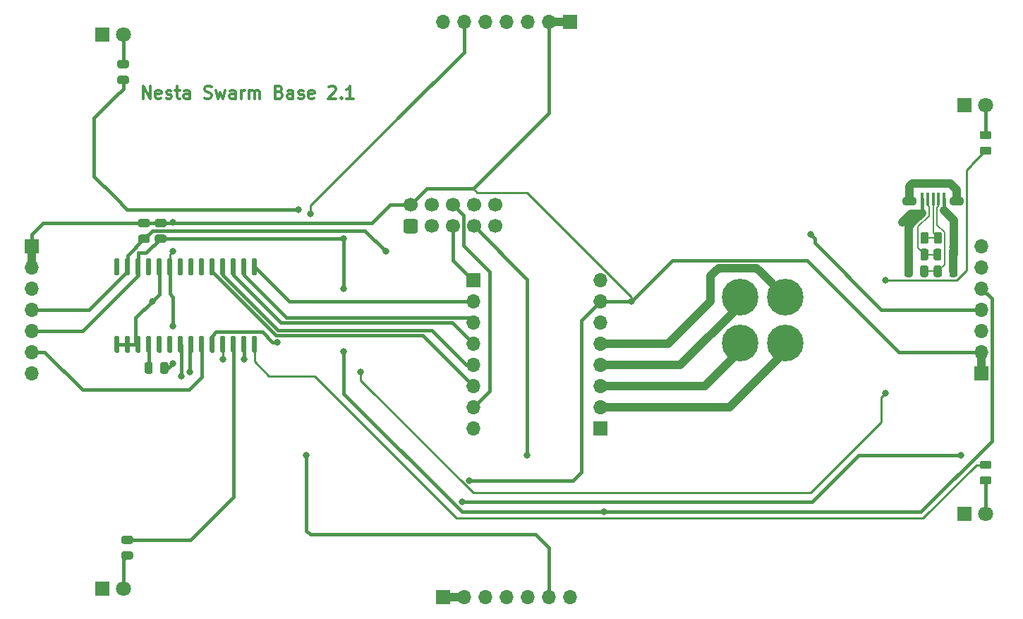
<source format=gtl>
G04 #@! TF.GenerationSoftware,KiCad,Pcbnew,5.99.0-unknown-15c4a7b06~104~ubuntu18.04.1*
G04 #@! TF.CreationDate,2020-09-30T21:22:08+01:00*
G04 #@! TF.ProjectId,nesta proto 2.1,6e657374-6120-4707-926f-746f20322e31,rev?*
G04 #@! TF.SameCoordinates,Original*
G04 #@! TF.FileFunction,Copper,L1,Top*
G04 #@! TF.FilePolarity,Positive*
%FSLAX46Y46*%
G04 Gerber Fmt 4.6, Leading zero omitted, Abs format (unit mm)*
G04 Created by KiCad (PCBNEW 5.99.0-unknown-15c4a7b06~104~ubuntu18.04.1) date 2020-09-30 21:22:08*
%MOMM*%
%LPD*%
G01*
G04 APERTURE LIST*
%ADD10C,0.300000*%
G04 #@! TA.AperFunction,ComponentPad*
%ADD11C,4.400000*%
G04 #@! TD*
G04 #@! TA.AperFunction,ComponentPad*
%ADD12C,0.700000*%
G04 #@! TD*
G04 #@! TA.AperFunction,ComponentPad*
%ADD13R,1.800000X1.800000*%
G04 #@! TD*
G04 #@! TA.AperFunction,ComponentPad*
%ADD14C,1.800000*%
G04 #@! TD*
G04 #@! TA.AperFunction,ComponentPad*
%ADD15R,1.700000X1.700000*%
G04 #@! TD*
G04 #@! TA.AperFunction,ComponentPad*
%ADD16O,1.700000X1.700000*%
G04 #@! TD*
G04 #@! TA.AperFunction,ComponentPad*
%ADD17C,1.700000*%
G04 #@! TD*
G04 #@! TA.AperFunction,SMDPad,CuDef*
%ADD18R,0.450000X1.500000*%
G04 #@! TD*
G04 #@! TA.AperFunction,ComponentPad*
%ADD19O,2.200000X1.100000*%
G04 #@! TD*
G04 #@! TA.AperFunction,ComponentPad*
%ADD20O,1.800000X1.100000*%
G04 #@! TD*
G04 #@! TA.AperFunction,ViaPad*
%ADD21C,0.800000*%
G04 #@! TD*
G04 #@! TA.AperFunction,Conductor*
%ADD22C,1.000000*%
G04 #@! TD*
G04 #@! TA.AperFunction,Conductor*
%ADD23C,0.400000*%
G04 #@! TD*
G04 #@! TA.AperFunction,Conductor*
%ADD24C,0.250000*%
G04 #@! TD*
G04 #@! TA.AperFunction,Conductor*
%ADD25C,0.200000*%
G04 #@! TD*
G04 APERTURE END LIST*
D10*
X106392857Y-88178571D02*
X106392857Y-86678571D01*
X107250000Y-88178571D01*
X107250000Y-86678571D01*
X108535714Y-88107142D02*
X108392857Y-88178571D01*
X108107142Y-88178571D01*
X107964285Y-88107142D01*
X107892857Y-87964285D01*
X107892857Y-87392857D01*
X107964285Y-87250000D01*
X108107142Y-87178571D01*
X108392857Y-87178571D01*
X108535714Y-87250000D01*
X108607142Y-87392857D01*
X108607142Y-87535714D01*
X107892857Y-87678571D01*
X109178571Y-88107142D02*
X109321428Y-88178571D01*
X109607142Y-88178571D01*
X109750000Y-88107142D01*
X109821428Y-87964285D01*
X109821428Y-87892857D01*
X109750000Y-87750000D01*
X109607142Y-87678571D01*
X109392857Y-87678571D01*
X109250000Y-87607142D01*
X109178571Y-87464285D01*
X109178571Y-87392857D01*
X109250000Y-87250000D01*
X109392857Y-87178571D01*
X109607142Y-87178571D01*
X109750000Y-87250000D01*
X110250000Y-87178571D02*
X110821428Y-87178571D01*
X110464285Y-86678571D02*
X110464285Y-87964285D01*
X110535714Y-88107142D01*
X110678571Y-88178571D01*
X110821428Y-88178571D01*
X111964285Y-88178571D02*
X111964285Y-87392857D01*
X111892857Y-87250000D01*
X111750000Y-87178571D01*
X111464285Y-87178571D01*
X111321428Y-87250000D01*
X111964285Y-88107142D02*
X111821428Y-88178571D01*
X111464285Y-88178571D01*
X111321428Y-88107142D01*
X111250000Y-87964285D01*
X111250000Y-87821428D01*
X111321428Y-87678571D01*
X111464285Y-87607142D01*
X111821428Y-87607142D01*
X111964285Y-87535714D01*
X113750000Y-88107142D02*
X113964285Y-88178571D01*
X114321428Y-88178571D01*
X114464285Y-88107142D01*
X114535714Y-88035714D01*
X114607142Y-87892857D01*
X114607142Y-87750000D01*
X114535714Y-87607142D01*
X114464285Y-87535714D01*
X114321428Y-87464285D01*
X114035714Y-87392857D01*
X113892857Y-87321428D01*
X113821428Y-87250000D01*
X113750000Y-87107142D01*
X113750000Y-86964285D01*
X113821428Y-86821428D01*
X113892857Y-86750000D01*
X114035714Y-86678571D01*
X114392857Y-86678571D01*
X114607142Y-86750000D01*
X115107142Y-87178571D02*
X115392857Y-88178571D01*
X115678571Y-87464285D01*
X115964285Y-88178571D01*
X116250000Y-87178571D01*
X117464285Y-88178571D02*
X117464285Y-87392857D01*
X117392857Y-87250000D01*
X117250000Y-87178571D01*
X116964285Y-87178571D01*
X116821428Y-87250000D01*
X117464285Y-88107142D02*
X117321428Y-88178571D01*
X116964285Y-88178571D01*
X116821428Y-88107142D01*
X116750000Y-87964285D01*
X116750000Y-87821428D01*
X116821428Y-87678571D01*
X116964285Y-87607142D01*
X117321428Y-87607142D01*
X117464285Y-87535714D01*
X118178571Y-88178571D02*
X118178571Y-87178571D01*
X118178571Y-87464285D02*
X118250000Y-87321428D01*
X118321428Y-87250000D01*
X118464285Y-87178571D01*
X118607142Y-87178571D01*
X119107142Y-88178571D02*
X119107142Y-87178571D01*
X119107142Y-87321428D02*
X119178571Y-87250000D01*
X119321428Y-87178571D01*
X119535714Y-87178571D01*
X119678571Y-87250000D01*
X119750000Y-87392857D01*
X119750000Y-88178571D01*
X119750000Y-87392857D02*
X119821428Y-87250000D01*
X119964285Y-87178571D01*
X120178571Y-87178571D01*
X120321428Y-87250000D01*
X120392857Y-87392857D01*
X120392857Y-88178571D01*
X122750000Y-87392857D02*
X122964285Y-87464285D01*
X123035714Y-87535714D01*
X123107142Y-87678571D01*
X123107142Y-87892857D01*
X123035714Y-88035714D01*
X122964285Y-88107142D01*
X122821428Y-88178571D01*
X122250000Y-88178571D01*
X122250000Y-86678571D01*
X122750000Y-86678571D01*
X122892857Y-86750000D01*
X122964285Y-86821428D01*
X123035714Y-86964285D01*
X123035714Y-87107142D01*
X122964285Y-87250000D01*
X122892857Y-87321428D01*
X122750000Y-87392857D01*
X122250000Y-87392857D01*
X124392857Y-88178571D02*
X124392857Y-87392857D01*
X124321428Y-87250000D01*
X124178571Y-87178571D01*
X123892857Y-87178571D01*
X123750000Y-87250000D01*
X124392857Y-88107142D02*
X124250000Y-88178571D01*
X123892857Y-88178571D01*
X123750000Y-88107142D01*
X123678571Y-87964285D01*
X123678571Y-87821428D01*
X123750000Y-87678571D01*
X123892857Y-87607142D01*
X124250000Y-87607142D01*
X124392857Y-87535714D01*
X125035714Y-88107142D02*
X125178571Y-88178571D01*
X125464285Y-88178571D01*
X125607142Y-88107142D01*
X125678571Y-87964285D01*
X125678571Y-87892857D01*
X125607142Y-87750000D01*
X125464285Y-87678571D01*
X125250000Y-87678571D01*
X125107142Y-87607142D01*
X125035714Y-87464285D01*
X125035714Y-87392857D01*
X125107142Y-87250000D01*
X125250000Y-87178571D01*
X125464285Y-87178571D01*
X125607142Y-87250000D01*
X126892857Y-88107142D02*
X126750000Y-88178571D01*
X126464285Y-88178571D01*
X126321428Y-88107142D01*
X126250000Y-87964285D01*
X126250000Y-87392857D01*
X126321428Y-87250000D01*
X126464285Y-87178571D01*
X126750000Y-87178571D01*
X126892857Y-87250000D01*
X126964285Y-87392857D01*
X126964285Y-87535714D01*
X126250000Y-87678571D01*
X128678571Y-86821428D02*
X128750000Y-86750000D01*
X128892857Y-86678571D01*
X129250000Y-86678571D01*
X129392857Y-86750000D01*
X129464285Y-86821428D01*
X129535714Y-86964285D01*
X129535714Y-87107142D01*
X129464285Y-87321428D01*
X128607142Y-88178571D01*
X129535714Y-88178571D01*
X130178571Y-88035714D02*
X130250000Y-88107142D01*
X130178571Y-88178571D01*
X130107142Y-88107142D01*
X130178571Y-88035714D01*
X130178571Y-88178571D01*
X131678571Y-88178571D02*
X130821428Y-88178571D01*
X131250000Y-88178571D02*
X131250000Y-86678571D01*
X131107142Y-86892857D01*
X130964285Y-87035714D01*
X130821428Y-87107142D01*
G04 #@! TA.AperFunction,SMDPad,CuDef*
G36*
G01*
X207956250Y-94925000D02*
X207043750Y-94925000D01*
G75*
G02*
X206800000Y-94681250I0J243750D01*
G01*
X206800000Y-94193750D01*
G75*
G02*
X207043750Y-93950000I243750J0D01*
G01*
X207956250Y-93950000D01*
G75*
G02*
X208200000Y-94193750I0J-243750D01*
G01*
X208200000Y-94681250D01*
G75*
G02*
X207956250Y-94925000I-243750J0D01*
G01*
G37*
G04 #@! TD.AperFunction*
G04 #@! TA.AperFunction,SMDPad,CuDef*
G36*
G01*
X207956250Y-93050000D02*
X207043750Y-93050000D01*
G75*
G02*
X206800000Y-92806250I0J243750D01*
G01*
X206800000Y-92318750D01*
G75*
G02*
X207043750Y-92075000I243750J0D01*
G01*
X207956250Y-92075000D01*
G75*
G02*
X208200000Y-92318750I0J-243750D01*
G01*
X208200000Y-92806250D01*
G75*
G02*
X207956250Y-93050000I-243750J0D01*
G01*
G37*
G04 #@! TD.AperFunction*
G04 #@! TA.AperFunction,SMDPad,CuDef*
G36*
G01*
X200625000Y-108443750D02*
X200625000Y-109356250D01*
G75*
G02*
X200381250Y-109600000I-243750J0D01*
G01*
X199893750Y-109600000D01*
G75*
G02*
X199650000Y-109356250I0J243750D01*
G01*
X199650000Y-108443750D01*
G75*
G02*
X199893750Y-108200000I243750J0D01*
G01*
X200381250Y-108200000D01*
G75*
G02*
X200625000Y-108443750I0J-243750D01*
G01*
G37*
G04 #@! TD.AperFunction*
G04 #@! TA.AperFunction,SMDPad,CuDef*
G36*
G01*
X198750000Y-108443750D02*
X198750000Y-109356250D01*
G75*
G02*
X198506250Y-109600000I-243750J0D01*
G01*
X198018750Y-109600000D01*
G75*
G02*
X197775000Y-109356250I0J243750D01*
G01*
X197775000Y-108443750D01*
G75*
G02*
X198018750Y-108200000I243750J0D01*
G01*
X198506250Y-108200000D01*
G75*
G02*
X198750000Y-108443750I0J-243750D01*
G01*
G37*
G04 #@! TD.AperFunction*
G04 #@! TA.AperFunction,SMDPad,CuDef*
G36*
G01*
X200650000Y-106443750D02*
X200650000Y-107356250D01*
G75*
G02*
X200406250Y-107600000I-243750J0D01*
G01*
X199918750Y-107600000D01*
G75*
G02*
X199675000Y-107356250I0J243750D01*
G01*
X199675000Y-106443750D01*
G75*
G02*
X199918750Y-106200000I243750J0D01*
G01*
X200406250Y-106200000D01*
G75*
G02*
X200650000Y-106443750I0J-243750D01*
G01*
G37*
G04 #@! TD.AperFunction*
G04 #@! TA.AperFunction,SMDPad,CuDef*
G36*
G01*
X198775000Y-106443750D02*
X198775000Y-107356250D01*
G75*
G02*
X198531250Y-107600000I-243750J0D01*
G01*
X198043750Y-107600000D01*
G75*
G02*
X197800000Y-107356250I0J243750D01*
G01*
X197800000Y-106443750D01*
G75*
G02*
X198043750Y-106200000I243750J0D01*
G01*
X198531250Y-106200000D01*
G75*
G02*
X198775000Y-106443750I0J-243750D01*
G01*
G37*
G04 #@! TD.AperFunction*
G04 #@! TA.AperFunction,SMDPad,CuDef*
G36*
G01*
X104456250Y-86425000D02*
X103543750Y-86425000D01*
G75*
G02*
X103300000Y-86181250I0J243750D01*
G01*
X103300000Y-85693750D01*
G75*
G02*
X103543750Y-85450000I243750J0D01*
G01*
X104456250Y-85450000D01*
G75*
G02*
X104700000Y-85693750I0J-243750D01*
G01*
X104700000Y-86181250D01*
G75*
G02*
X104456250Y-86425000I-243750J0D01*
G01*
G37*
G04 #@! TD.AperFunction*
G04 #@! TA.AperFunction,SMDPad,CuDef*
G36*
G01*
X104456250Y-84550000D02*
X103543750Y-84550000D01*
G75*
G02*
X103300000Y-84306250I0J243750D01*
G01*
X103300000Y-83818750D01*
G75*
G02*
X103543750Y-83575000I243750J0D01*
G01*
X104456250Y-83575000D01*
G75*
G02*
X104700000Y-83818750I0J-243750D01*
G01*
X104700000Y-84306250D01*
G75*
G02*
X104456250Y-84550000I-243750J0D01*
G01*
G37*
G04 #@! TD.AperFunction*
G04 #@! TA.AperFunction,SMDPad,CuDef*
G36*
G01*
X104043750Y-140637500D02*
X104956250Y-140637500D01*
G75*
G02*
X105200000Y-140881250I0J-243750D01*
G01*
X105200000Y-141368750D01*
G75*
G02*
X104956250Y-141612500I-243750J0D01*
G01*
X104043750Y-141612500D01*
G75*
G02*
X103800000Y-141368750I0J243750D01*
G01*
X103800000Y-140881250D01*
G75*
G02*
X104043750Y-140637500I243750J0D01*
G01*
G37*
G04 #@! TD.AperFunction*
G04 #@! TA.AperFunction,SMDPad,CuDef*
G36*
G01*
X104043750Y-142512500D02*
X104956250Y-142512500D01*
G75*
G02*
X105200000Y-142756250I0J-243750D01*
G01*
X105200000Y-143243750D01*
G75*
G02*
X104956250Y-143487500I-243750J0D01*
G01*
X104043750Y-143487500D01*
G75*
G02*
X103800000Y-143243750I0J243750D01*
G01*
X103800000Y-142756250D01*
G75*
G02*
X104043750Y-142512500I243750J0D01*
G01*
G37*
G04 #@! TD.AperFunction*
D11*
X178000000Y-112000000D03*
D12*
X176833274Y-113166726D03*
X176833274Y-110833274D03*
X179166726Y-113166726D03*
X179166726Y-110833274D03*
X179650000Y-112000000D03*
X176350000Y-112000000D03*
X178000000Y-113650000D03*
X178000000Y-110350000D03*
X176833274Y-116333274D03*
X178000000Y-119150000D03*
X179166726Y-118666726D03*
X176350000Y-117500000D03*
X178000000Y-115850000D03*
D11*
X178000000Y-117500000D03*
D12*
X176833274Y-118666726D03*
X179166726Y-116333274D03*
X179650000Y-117500000D03*
D13*
X101500000Y-80500000D03*
D14*
X104040000Y-80500000D03*
G04 #@! TA.AperFunction,SMDPad,CuDef*
G36*
G01*
X207043750Y-131637500D02*
X207956250Y-131637500D01*
G75*
G02*
X208200000Y-131881250I0J-243750D01*
G01*
X208200000Y-132368750D01*
G75*
G02*
X207956250Y-132612500I-243750J0D01*
G01*
X207043750Y-132612500D01*
G75*
G02*
X206800000Y-132368750I0J243750D01*
G01*
X206800000Y-131881250D01*
G75*
G02*
X207043750Y-131637500I243750J0D01*
G01*
G37*
G04 #@! TD.AperFunction*
G04 #@! TA.AperFunction,SMDPad,CuDef*
G36*
G01*
X207043750Y-133512500D02*
X207956250Y-133512500D01*
G75*
G02*
X208200000Y-133756250I0J-243750D01*
G01*
X208200000Y-134243750D01*
G75*
G02*
X207956250Y-134487500I-243750J0D01*
G01*
X207043750Y-134487500D01*
G75*
G02*
X206800000Y-134243750I0J243750D01*
G01*
X206800000Y-133756250D01*
G75*
G02*
X207043750Y-133512500I243750J0D01*
G01*
G37*
G04 #@! TD.AperFunction*
G04 #@! TA.AperFunction,SMDPad,CuDef*
G36*
G01*
X119605000Y-107325000D02*
X119905000Y-107325000D01*
G75*
G02*
X120055000Y-107475000I0J-150000D01*
G01*
X120055000Y-109225000D01*
G75*
G02*
X119905000Y-109375000I-150000J0D01*
G01*
X119605000Y-109375000D01*
G75*
G02*
X119455000Y-109225000I0J150000D01*
G01*
X119455000Y-107475000D01*
G75*
G02*
X119605000Y-107325000I150000J0D01*
G01*
G37*
G04 #@! TD.AperFunction*
G04 #@! TA.AperFunction,SMDPad,CuDef*
G36*
G01*
X118335000Y-107325000D02*
X118635000Y-107325000D01*
G75*
G02*
X118785000Y-107475000I0J-150000D01*
G01*
X118785000Y-109225000D01*
G75*
G02*
X118635000Y-109375000I-150000J0D01*
G01*
X118335000Y-109375000D01*
G75*
G02*
X118185000Y-109225000I0J150000D01*
G01*
X118185000Y-107475000D01*
G75*
G02*
X118335000Y-107325000I150000J0D01*
G01*
G37*
G04 #@! TD.AperFunction*
G04 #@! TA.AperFunction,SMDPad,CuDef*
G36*
G01*
X117065000Y-107325000D02*
X117365000Y-107325000D01*
G75*
G02*
X117515000Y-107475000I0J-150000D01*
G01*
X117515000Y-109225000D01*
G75*
G02*
X117365000Y-109375000I-150000J0D01*
G01*
X117065000Y-109375000D01*
G75*
G02*
X116915000Y-109225000I0J150000D01*
G01*
X116915000Y-107475000D01*
G75*
G02*
X117065000Y-107325000I150000J0D01*
G01*
G37*
G04 #@! TD.AperFunction*
G04 #@! TA.AperFunction,SMDPad,CuDef*
G36*
G01*
X115795000Y-107325000D02*
X116095000Y-107325000D01*
G75*
G02*
X116245000Y-107475000I0J-150000D01*
G01*
X116245000Y-109225000D01*
G75*
G02*
X116095000Y-109375000I-150000J0D01*
G01*
X115795000Y-109375000D01*
G75*
G02*
X115645000Y-109225000I0J150000D01*
G01*
X115645000Y-107475000D01*
G75*
G02*
X115795000Y-107325000I150000J0D01*
G01*
G37*
G04 #@! TD.AperFunction*
G04 #@! TA.AperFunction,SMDPad,CuDef*
G36*
G01*
X114525000Y-107325000D02*
X114825000Y-107325000D01*
G75*
G02*
X114975000Y-107475000I0J-150000D01*
G01*
X114975000Y-109225000D01*
G75*
G02*
X114825000Y-109375000I-150000J0D01*
G01*
X114525000Y-109375000D01*
G75*
G02*
X114375000Y-109225000I0J150000D01*
G01*
X114375000Y-107475000D01*
G75*
G02*
X114525000Y-107325000I150000J0D01*
G01*
G37*
G04 #@! TD.AperFunction*
G04 #@! TA.AperFunction,SMDPad,CuDef*
G36*
G01*
X113255000Y-107325000D02*
X113555000Y-107325000D01*
G75*
G02*
X113705000Y-107475000I0J-150000D01*
G01*
X113705000Y-109225000D01*
G75*
G02*
X113555000Y-109375000I-150000J0D01*
G01*
X113255000Y-109375000D01*
G75*
G02*
X113105000Y-109225000I0J150000D01*
G01*
X113105000Y-107475000D01*
G75*
G02*
X113255000Y-107325000I150000J0D01*
G01*
G37*
G04 #@! TD.AperFunction*
G04 #@! TA.AperFunction,SMDPad,CuDef*
G36*
G01*
X111985000Y-107325000D02*
X112285000Y-107325000D01*
G75*
G02*
X112435000Y-107475000I0J-150000D01*
G01*
X112435000Y-109225000D01*
G75*
G02*
X112285000Y-109375000I-150000J0D01*
G01*
X111985000Y-109375000D01*
G75*
G02*
X111835000Y-109225000I0J150000D01*
G01*
X111835000Y-107475000D01*
G75*
G02*
X111985000Y-107325000I150000J0D01*
G01*
G37*
G04 #@! TD.AperFunction*
G04 #@! TA.AperFunction,SMDPad,CuDef*
G36*
G01*
X110715000Y-107325000D02*
X111015000Y-107325000D01*
G75*
G02*
X111165000Y-107475000I0J-150000D01*
G01*
X111165000Y-109225000D01*
G75*
G02*
X111015000Y-109375000I-150000J0D01*
G01*
X110715000Y-109375000D01*
G75*
G02*
X110565000Y-109225000I0J150000D01*
G01*
X110565000Y-107475000D01*
G75*
G02*
X110715000Y-107325000I150000J0D01*
G01*
G37*
G04 #@! TD.AperFunction*
G04 #@! TA.AperFunction,SMDPad,CuDef*
G36*
G01*
X109445000Y-107325000D02*
X109745000Y-107325000D01*
G75*
G02*
X109895000Y-107475000I0J-150000D01*
G01*
X109895000Y-109225000D01*
G75*
G02*
X109745000Y-109375000I-150000J0D01*
G01*
X109445000Y-109375000D01*
G75*
G02*
X109295000Y-109225000I0J150000D01*
G01*
X109295000Y-107475000D01*
G75*
G02*
X109445000Y-107325000I150000J0D01*
G01*
G37*
G04 #@! TD.AperFunction*
G04 #@! TA.AperFunction,SMDPad,CuDef*
G36*
G01*
X108175000Y-107325000D02*
X108475000Y-107325000D01*
G75*
G02*
X108625000Y-107475000I0J-150000D01*
G01*
X108625000Y-109225000D01*
G75*
G02*
X108475000Y-109375000I-150000J0D01*
G01*
X108175000Y-109375000D01*
G75*
G02*
X108025000Y-109225000I0J150000D01*
G01*
X108025000Y-107475000D01*
G75*
G02*
X108175000Y-107325000I150000J0D01*
G01*
G37*
G04 #@! TD.AperFunction*
G04 #@! TA.AperFunction,SMDPad,CuDef*
G36*
G01*
X106905000Y-107325000D02*
X107205000Y-107325000D01*
G75*
G02*
X107355000Y-107475000I0J-150000D01*
G01*
X107355000Y-109225000D01*
G75*
G02*
X107205000Y-109375000I-150000J0D01*
G01*
X106905000Y-109375000D01*
G75*
G02*
X106755000Y-109225000I0J150000D01*
G01*
X106755000Y-107475000D01*
G75*
G02*
X106905000Y-107325000I150000J0D01*
G01*
G37*
G04 #@! TD.AperFunction*
G04 #@! TA.AperFunction,SMDPad,CuDef*
G36*
G01*
X105635000Y-107325000D02*
X105935000Y-107325000D01*
G75*
G02*
X106085000Y-107475000I0J-150000D01*
G01*
X106085000Y-109225000D01*
G75*
G02*
X105935000Y-109375000I-150000J0D01*
G01*
X105635000Y-109375000D01*
G75*
G02*
X105485000Y-109225000I0J150000D01*
G01*
X105485000Y-107475000D01*
G75*
G02*
X105635000Y-107325000I150000J0D01*
G01*
G37*
G04 #@! TD.AperFunction*
G04 #@! TA.AperFunction,SMDPad,CuDef*
G36*
G01*
X104365000Y-107325000D02*
X104665000Y-107325000D01*
G75*
G02*
X104815000Y-107475000I0J-150000D01*
G01*
X104815000Y-109225000D01*
G75*
G02*
X104665000Y-109375000I-150000J0D01*
G01*
X104365000Y-109375000D01*
G75*
G02*
X104215000Y-109225000I0J150000D01*
G01*
X104215000Y-107475000D01*
G75*
G02*
X104365000Y-107325000I150000J0D01*
G01*
G37*
G04 #@! TD.AperFunction*
G04 #@! TA.AperFunction,SMDPad,CuDef*
G36*
G01*
X103095000Y-107325000D02*
X103395000Y-107325000D01*
G75*
G02*
X103545000Y-107475000I0J-150000D01*
G01*
X103545000Y-109225000D01*
G75*
G02*
X103395000Y-109375000I-150000J0D01*
G01*
X103095000Y-109375000D01*
G75*
G02*
X102945000Y-109225000I0J150000D01*
G01*
X102945000Y-107475000D01*
G75*
G02*
X103095000Y-107325000I150000J0D01*
G01*
G37*
G04 #@! TD.AperFunction*
G04 #@! TA.AperFunction,SMDPad,CuDef*
G36*
G01*
X103095000Y-116625000D02*
X103395000Y-116625000D01*
G75*
G02*
X103545000Y-116775000I0J-150000D01*
G01*
X103545000Y-118525000D01*
G75*
G02*
X103395000Y-118675000I-150000J0D01*
G01*
X103095000Y-118675000D01*
G75*
G02*
X102945000Y-118525000I0J150000D01*
G01*
X102945000Y-116775000D01*
G75*
G02*
X103095000Y-116625000I150000J0D01*
G01*
G37*
G04 #@! TD.AperFunction*
G04 #@! TA.AperFunction,SMDPad,CuDef*
G36*
G01*
X104365000Y-116625000D02*
X104665000Y-116625000D01*
G75*
G02*
X104815000Y-116775000I0J-150000D01*
G01*
X104815000Y-118525000D01*
G75*
G02*
X104665000Y-118675000I-150000J0D01*
G01*
X104365000Y-118675000D01*
G75*
G02*
X104215000Y-118525000I0J150000D01*
G01*
X104215000Y-116775000D01*
G75*
G02*
X104365000Y-116625000I150000J0D01*
G01*
G37*
G04 #@! TD.AperFunction*
G04 #@! TA.AperFunction,SMDPad,CuDef*
G36*
G01*
X105635000Y-116625000D02*
X105935000Y-116625000D01*
G75*
G02*
X106085000Y-116775000I0J-150000D01*
G01*
X106085000Y-118525000D01*
G75*
G02*
X105935000Y-118675000I-150000J0D01*
G01*
X105635000Y-118675000D01*
G75*
G02*
X105485000Y-118525000I0J150000D01*
G01*
X105485000Y-116775000D01*
G75*
G02*
X105635000Y-116625000I150000J0D01*
G01*
G37*
G04 #@! TD.AperFunction*
G04 #@! TA.AperFunction,SMDPad,CuDef*
G36*
G01*
X106905000Y-116625000D02*
X107205000Y-116625000D01*
G75*
G02*
X107355000Y-116775000I0J-150000D01*
G01*
X107355000Y-118525000D01*
G75*
G02*
X107205000Y-118675000I-150000J0D01*
G01*
X106905000Y-118675000D01*
G75*
G02*
X106755000Y-118525000I0J150000D01*
G01*
X106755000Y-116775000D01*
G75*
G02*
X106905000Y-116625000I150000J0D01*
G01*
G37*
G04 #@! TD.AperFunction*
G04 #@! TA.AperFunction,SMDPad,CuDef*
G36*
G01*
X108175000Y-116625000D02*
X108475000Y-116625000D01*
G75*
G02*
X108625000Y-116775000I0J-150000D01*
G01*
X108625000Y-118525000D01*
G75*
G02*
X108475000Y-118675000I-150000J0D01*
G01*
X108175000Y-118675000D01*
G75*
G02*
X108025000Y-118525000I0J150000D01*
G01*
X108025000Y-116775000D01*
G75*
G02*
X108175000Y-116625000I150000J0D01*
G01*
G37*
G04 #@! TD.AperFunction*
G04 #@! TA.AperFunction,SMDPad,CuDef*
G36*
G01*
X109445000Y-116625000D02*
X109745000Y-116625000D01*
G75*
G02*
X109895000Y-116775000I0J-150000D01*
G01*
X109895000Y-118525000D01*
G75*
G02*
X109745000Y-118675000I-150000J0D01*
G01*
X109445000Y-118675000D01*
G75*
G02*
X109295000Y-118525000I0J150000D01*
G01*
X109295000Y-116775000D01*
G75*
G02*
X109445000Y-116625000I150000J0D01*
G01*
G37*
G04 #@! TD.AperFunction*
G04 #@! TA.AperFunction,SMDPad,CuDef*
G36*
G01*
X110715000Y-116625000D02*
X111015000Y-116625000D01*
G75*
G02*
X111165000Y-116775000I0J-150000D01*
G01*
X111165000Y-118525000D01*
G75*
G02*
X111015000Y-118675000I-150000J0D01*
G01*
X110715000Y-118675000D01*
G75*
G02*
X110565000Y-118525000I0J150000D01*
G01*
X110565000Y-116775000D01*
G75*
G02*
X110715000Y-116625000I150000J0D01*
G01*
G37*
G04 #@! TD.AperFunction*
G04 #@! TA.AperFunction,SMDPad,CuDef*
G36*
G01*
X111985000Y-116625000D02*
X112285000Y-116625000D01*
G75*
G02*
X112435000Y-116775000I0J-150000D01*
G01*
X112435000Y-118525000D01*
G75*
G02*
X112285000Y-118675000I-150000J0D01*
G01*
X111985000Y-118675000D01*
G75*
G02*
X111835000Y-118525000I0J150000D01*
G01*
X111835000Y-116775000D01*
G75*
G02*
X111985000Y-116625000I150000J0D01*
G01*
G37*
G04 #@! TD.AperFunction*
G04 #@! TA.AperFunction,SMDPad,CuDef*
G36*
G01*
X113255000Y-116625000D02*
X113555000Y-116625000D01*
G75*
G02*
X113705000Y-116775000I0J-150000D01*
G01*
X113705000Y-118525000D01*
G75*
G02*
X113555000Y-118675000I-150000J0D01*
G01*
X113255000Y-118675000D01*
G75*
G02*
X113105000Y-118525000I0J150000D01*
G01*
X113105000Y-116775000D01*
G75*
G02*
X113255000Y-116625000I150000J0D01*
G01*
G37*
G04 #@! TD.AperFunction*
G04 #@! TA.AperFunction,SMDPad,CuDef*
G36*
G01*
X114525000Y-116625000D02*
X114825000Y-116625000D01*
G75*
G02*
X114975000Y-116775000I0J-150000D01*
G01*
X114975000Y-118525000D01*
G75*
G02*
X114825000Y-118675000I-150000J0D01*
G01*
X114525000Y-118675000D01*
G75*
G02*
X114375000Y-118525000I0J150000D01*
G01*
X114375000Y-116775000D01*
G75*
G02*
X114525000Y-116625000I150000J0D01*
G01*
G37*
G04 #@! TD.AperFunction*
G04 #@! TA.AperFunction,SMDPad,CuDef*
G36*
G01*
X115795000Y-116625000D02*
X116095000Y-116625000D01*
G75*
G02*
X116245000Y-116775000I0J-150000D01*
G01*
X116245000Y-118525000D01*
G75*
G02*
X116095000Y-118675000I-150000J0D01*
G01*
X115795000Y-118675000D01*
G75*
G02*
X115645000Y-118525000I0J150000D01*
G01*
X115645000Y-116775000D01*
G75*
G02*
X115795000Y-116625000I150000J0D01*
G01*
G37*
G04 #@! TD.AperFunction*
G04 #@! TA.AperFunction,SMDPad,CuDef*
G36*
G01*
X117065000Y-116625000D02*
X117365000Y-116625000D01*
G75*
G02*
X117515000Y-116775000I0J-150000D01*
G01*
X117515000Y-118525000D01*
G75*
G02*
X117365000Y-118675000I-150000J0D01*
G01*
X117065000Y-118675000D01*
G75*
G02*
X116915000Y-118525000I0J150000D01*
G01*
X116915000Y-116775000D01*
G75*
G02*
X117065000Y-116625000I150000J0D01*
G01*
G37*
G04 #@! TD.AperFunction*
G04 #@! TA.AperFunction,SMDPad,CuDef*
G36*
G01*
X118335000Y-116625000D02*
X118635000Y-116625000D01*
G75*
G02*
X118785000Y-116775000I0J-150000D01*
G01*
X118785000Y-118525000D01*
G75*
G02*
X118635000Y-118675000I-150000J0D01*
G01*
X118335000Y-118675000D01*
G75*
G02*
X118185000Y-118525000I0J150000D01*
G01*
X118185000Y-116775000D01*
G75*
G02*
X118335000Y-116625000I150000J0D01*
G01*
G37*
G04 #@! TD.AperFunction*
G04 #@! TA.AperFunction,SMDPad,CuDef*
G36*
G01*
X119605000Y-116625000D02*
X119905000Y-116625000D01*
G75*
G02*
X120055000Y-116775000I0J-150000D01*
G01*
X120055000Y-118525000D01*
G75*
G02*
X119905000Y-118675000I-150000J0D01*
G01*
X119605000Y-118675000D01*
G75*
G02*
X119455000Y-118525000I0J150000D01*
G01*
X119455000Y-116775000D01*
G75*
G02*
X119605000Y-116625000I150000J0D01*
G01*
G37*
G04 #@! TD.AperFunction*
D15*
X146000000Y-110000000D03*
D16*
X146000000Y-112540000D03*
X146000000Y-115080000D03*
X146000000Y-117620000D03*
X146000000Y-120160000D03*
X146000000Y-122700000D03*
X146000000Y-125240000D03*
X146000000Y-127780000D03*
D15*
X157600000Y-79000000D03*
D16*
X155060000Y-79000000D03*
X152520000Y-79000000D03*
X149980000Y-79000000D03*
X147440000Y-79000000D03*
X144900000Y-79000000D03*
X142360000Y-79000000D03*
D13*
X101460000Y-147000000D03*
D14*
X104000000Y-147000000D03*
G04 #@! TA.AperFunction,SMDPad,CuDef*
G36*
G01*
X204087500Y-106443750D02*
X204087500Y-107356250D01*
G75*
G02*
X203843750Y-107600000I-243750J0D01*
G01*
X203356250Y-107600000D01*
G75*
G02*
X203112500Y-107356250I0J243750D01*
G01*
X203112500Y-106443750D01*
G75*
G02*
X203356250Y-106200000I243750J0D01*
G01*
X203843750Y-106200000D01*
G75*
G02*
X204087500Y-106443750I0J-243750D01*
G01*
G37*
G04 #@! TD.AperFunction*
G04 #@! TA.AperFunction,SMDPad,CuDef*
G36*
G01*
X202212500Y-106443750D02*
X202212500Y-107356250D01*
G75*
G02*
X201968750Y-107600000I-243750J0D01*
G01*
X201481250Y-107600000D01*
G75*
G02*
X201237500Y-107356250I0J243750D01*
G01*
X201237500Y-106443750D01*
G75*
G02*
X201481250Y-106200000I243750J0D01*
G01*
X201968750Y-106200000D01*
G75*
G02*
X202212500Y-106443750I0J-243750D01*
G01*
G37*
G04 #@! TD.AperFunction*
D15*
X93000000Y-105880000D03*
D16*
X93000000Y-108420000D03*
X93000000Y-110960000D03*
X93000000Y-113500000D03*
X93000000Y-116040000D03*
X93000000Y-118580000D03*
X93000000Y-121120000D03*
G04 #@! TA.AperFunction,SMDPad,CuDef*
G36*
G01*
X106043750Y-102637500D02*
X106956250Y-102637500D01*
G75*
G02*
X107200000Y-102881250I0J-243750D01*
G01*
X107200000Y-103368750D01*
G75*
G02*
X106956250Y-103612500I-243750J0D01*
G01*
X106043750Y-103612500D01*
G75*
G02*
X105800000Y-103368750I0J243750D01*
G01*
X105800000Y-102881250D01*
G75*
G02*
X106043750Y-102637500I243750J0D01*
G01*
G37*
G04 #@! TD.AperFunction*
G04 #@! TA.AperFunction,SMDPad,CuDef*
G36*
G01*
X106043750Y-104512500D02*
X106956250Y-104512500D01*
G75*
G02*
X107200000Y-104756250I0J-243750D01*
G01*
X107200000Y-105243750D01*
G75*
G02*
X106956250Y-105487500I-243750J0D01*
G01*
X106043750Y-105487500D01*
G75*
G02*
X105800000Y-105243750I0J243750D01*
G01*
X105800000Y-104756250D01*
G75*
G02*
X106043750Y-104512500I243750J0D01*
G01*
G37*
G04 #@! TD.AperFunction*
G04 #@! TA.AperFunction,SMDPad,CuDef*
G36*
G01*
X204150000Y-104443750D02*
X204150000Y-105356250D01*
G75*
G02*
X203906250Y-105600000I-243750J0D01*
G01*
X203418750Y-105600000D01*
G75*
G02*
X203175000Y-105356250I0J243750D01*
G01*
X203175000Y-104443750D01*
G75*
G02*
X203418750Y-104200000I243750J0D01*
G01*
X203906250Y-104200000D01*
G75*
G02*
X204150000Y-104443750I0J-243750D01*
G01*
G37*
G04 #@! TD.AperFunction*
G04 #@! TA.AperFunction,SMDPad,CuDef*
G36*
G01*
X202275000Y-104443750D02*
X202275000Y-105356250D01*
G75*
G02*
X202031250Y-105600000I-243750J0D01*
G01*
X201543750Y-105600000D01*
G75*
G02*
X201300000Y-105356250I0J243750D01*
G01*
X201300000Y-104443750D01*
G75*
G02*
X201543750Y-104200000I243750J0D01*
G01*
X202031250Y-104200000D01*
G75*
G02*
X202275000Y-104443750I0J-243750D01*
G01*
G37*
G04 #@! TD.AperFunction*
G04 #@! TA.AperFunction,SMDPad,CuDef*
G36*
G01*
X108043750Y-102637500D02*
X108956250Y-102637500D01*
G75*
G02*
X109200000Y-102881250I0J-243750D01*
G01*
X109200000Y-103368750D01*
G75*
G02*
X108956250Y-103612500I-243750J0D01*
G01*
X108043750Y-103612500D01*
G75*
G02*
X107800000Y-103368750I0J243750D01*
G01*
X107800000Y-102881250D01*
G75*
G02*
X108043750Y-102637500I243750J0D01*
G01*
G37*
G04 #@! TD.AperFunction*
G04 #@! TA.AperFunction,SMDPad,CuDef*
G36*
G01*
X108043750Y-104512500D02*
X108956250Y-104512500D01*
G75*
G02*
X109200000Y-104756250I0J-243750D01*
G01*
X109200000Y-105243750D01*
G75*
G02*
X108956250Y-105487500I-243750J0D01*
G01*
X108043750Y-105487500D01*
G75*
G02*
X107800000Y-105243750I0J243750D01*
G01*
X107800000Y-104756250D01*
G75*
G02*
X108043750Y-104512500I243750J0D01*
G01*
G37*
G04 #@! TD.AperFunction*
G04 #@! TA.AperFunction,SMDPad,CuDef*
G36*
G01*
X200650000Y-104443750D02*
X200650000Y-105356250D01*
G75*
G02*
X200406250Y-105600000I-243750J0D01*
G01*
X199918750Y-105600000D01*
G75*
G02*
X199675000Y-105356250I0J243750D01*
G01*
X199675000Y-104443750D01*
G75*
G02*
X199918750Y-104200000I243750J0D01*
G01*
X200406250Y-104200000D01*
G75*
G02*
X200650000Y-104443750I0J-243750D01*
G01*
G37*
G04 #@! TD.AperFunction*
G04 #@! TA.AperFunction,SMDPad,CuDef*
G36*
G01*
X198775000Y-104443750D02*
X198775000Y-105356250D01*
G75*
G02*
X198531250Y-105600000I-243750J0D01*
G01*
X198043750Y-105600000D01*
G75*
G02*
X197800000Y-105356250I0J243750D01*
G01*
X197800000Y-104443750D01*
G75*
G02*
X198043750Y-104200000I243750J0D01*
G01*
X198531250Y-104200000D01*
G75*
G02*
X198775000Y-104443750I0J-243750D01*
G01*
G37*
G04 #@! TD.AperFunction*
D12*
X182333274Y-116333274D03*
X183500000Y-115850000D03*
X184666726Y-116333274D03*
X184666726Y-118666726D03*
D11*
X183500000Y-117500000D03*
D12*
X181850000Y-117500000D03*
X182333274Y-118666726D03*
X185150000Y-117500000D03*
X183500000Y-119150000D03*
D13*
X205000000Y-89000000D03*
D14*
X207540000Y-89000000D03*
D15*
X142380000Y-148000000D03*
D16*
X144920000Y-148000000D03*
X147460000Y-148000000D03*
X150000000Y-148000000D03*
X152540000Y-148000000D03*
X155080000Y-148000000D03*
X157620000Y-148000000D03*
G04 #@! TA.AperFunction,ComponentPad*
G36*
G01*
X139100000Y-104350000D02*
X137900000Y-104350000D01*
G75*
G02*
X137650000Y-104100000I0J250000D01*
G01*
X137650000Y-102900000D01*
G75*
G02*
X137900000Y-102650000I250000J0D01*
G01*
X139100000Y-102650000D01*
G75*
G02*
X139350000Y-102900000I0J-250000D01*
G01*
X139350000Y-104100000D01*
G75*
G02*
X139100000Y-104350000I-250000J0D01*
G01*
G37*
G04 #@! TD.AperFunction*
D17*
X138500000Y-100960000D03*
X141040000Y-103500000D03*
X141040000Y-100960000D03*
X143580000Y-103500000D03*
X143580000Y-100960000D03*
X146120000Y-103500000D03*
X146120000Y-100960000D03*
X148660000Y-103500000D03*
X148660000Y-100960000D03*
D15*
X207000000Y-121120000D03*
D16*
X207000000Y-118580000D03*
X207000000Y-116040000D03*
X207000000Y-113500000D03*
X207000000Y-110960000D03*
X207000000Y-108420000D03*
X207000000Y-105880000D03*
D18*
X202500000Y-100275000D03*
X201850000Y-100275000D03*
X201200000Y-100275000D03*
X200550000Y-100275000D03*
X199900000Y-100275000D03*
D19*
X201200000Y-98375000D03*
D20*
X204000000Y-100525000D03*
X198400000Y-100525000D03*
G04 #@! TA.AperFunction,SMDPad,CuDef*
G36*
G01*
X109425000Y-120043750D02*
X109425000Y-120956250D01*
G75*
G02*
X109181250Y-121200000I-243750J0D01*
G01*
X108693750Y-121200000D01*
G75*
G02*
X108450000Y-120956250I0J243750D01*
G01*
X108450000Y-120043750D01*
G75*
G02*
X108693750Y-119800000I243750J0D01*
G01*
X109181250Y-119800000D01*
G75*
G02*
X109425000Y-120043750I0J-243750D01*
G01*
G37*
G04 #@! TD.AperFunction*
G04 #@! TA.AperFunction,SMDPad,CuDef*
G36*
G01*
X107550000Y-120043750D02*
X107550000Y-120956250D01*
G75*
G02*
X107306250Y-121200000I-243750J0D01*
G01*
X106818750Y-121200000D01*
G75*
G02*
X106575000Y-120956250I0J243750D01*
G01*
X106575000Y-120043750D01*
G75*
G02*
X106818750Y-119800000I243750J0D01*
G01*
X107306250Y-119800000D01*
G75*
G02*
X107550000Y-120043750I0J-243750D01*
G01*
G37*
G04 #@! TD.AperFunction*
D12*
X183500000Y-113650000D03*
X181850000Y-112000000D03*
X185150000Y-112000000D03*
X184666726Y-110833274D03*
X183500000Y-110350000D03*
X182333274Y-110833274D03*
X182333274Y-113166726D03*
X184666726Y-113166726D03*
D11*
X183500000Y-112000000D03*
D13*
X205000000Y-138000000D03*
D14*
X207540000Y-138000000D03*
G04 #@! TA.AperFunction,SMDPad,CuDef*
G36*
G01*
X204125000Y-108443750D02*
X204125000Y-109356250D01*
G75*
G02*
X203881250Y-109600000I-243750J0D01*
G01*
X203393750Y-109600000D01*
G75*
G02*
X203150000Y-109356250I0J243750D01*
G01*
X203150000Y-108443750D01*
G75*
G02*
X203393750Y-108200000I243750J0D01*
G01*
X203881250Y-108200000D01*
G75*
G02*
X204125000Y-108443750I0J-243750D01*
G01*
G37*
G04 #@! TD.AperFunction*
G04 #@! TA.AperFunction,SMDPad,CuDef*
G36*
G01*
X202250000Y-108443750D02*
X202250000Y-109356250D01*
G75*
G02*
X202006250Y-109600000I-243750J0D01*
G01*
X201518750Y-109600000D01*
G75*
G02*
X201275000Y-109356250I0J243750D01*
G01*
X201275000Y-108443750D01*
G75*
G02*
X201518750Y-108200000I243750J0D01*
G01*
X202006250Y-108200000D01*
G75*
G02*
X202250000Y-108443750I0J-243750D01*
G01*
G37*
G04 #@! TD.AperFunction*
D15*
X161240000Y-127780000D03*
D16*
X161240000Y-125240000D03*
X161240000Y-122700000D03*
X161240000Y-120160000D03*
X161240000Y-117620000D03*
X161240000Y-115080000D03*
X161240000Y-112540000D03*
X161240000Y-110000000D03*
D21*
X135500000Y-106500000D03*
X111000000Y-121500000D03*
X126000000Y-131000000D03*
X130500000Y-111000000D03*
X161699999Y-137774990D03*
X130500000Y-105000000D03*
X130500000Y-118500000D03*
X152499987Y-131000000D03*
X186500000Y-104500000D03*
X199500000Y-102000000D03*
X197500000Y-103000000D03*
X198250000Y-102250000D03*
X107500000Y-112500000D03*
X198900000Y-102900000D03*
X110000000Y-120000000D03*
X110000000Y-115500000D03*
X110000000Y-103000000D03*
X145512660Y-133987340D03*
X110000000Y-106500000D03*
X164960000Y-112540000D03*
X112000000Y-121000000D03*
X204500000Y-131000000D03*
X144699990Y-136588388D03*
X126500000Y-102000000D03*
X122500000Y-117400021D03*
X203500000Y-106000000D03*
X203662500Y-104337500D03*
X203662500Y-103337500D03*
X125000000Y-101500000D03*
X118500000Y-119500000D03*
X195500000Y-123500000D03*
X195500000Y-110000000D03*
X116000000Y-119500000D03*
X132500000Y-121000000D03*
D22*
X174500000Y-109500000D02*
X175000000Y-109000000D01*
X179500000Y-108500000D02*
X180000000Y-108500000D01*
X175500000Y-108500000D02*
X179500000Y-108500000D01*
D23*
X197080000Y-118580000D02*
X207000000Y-118580000D01*
D22*
X175000000Y-109000000D02*
X175500000Y-108500000D01*
D23*
X186099991Y-107599991D02*
X197080000Y-118580000D01*
X169900009Y-107599991D02*
X186099991Y-107599991D01*
X164960000Y-112540000D02*
X169900009Y-107599991D01*
D22*
X174500000Y-110500000D02*
X174500000Y-109500000D01*
X180000000Y-108500000D02*
X180500000Y-109000000D01*
D24*
X205225010Y-108820928D02*
X205225010Y-96774990D01*
X205000000Y-109045938D02*
X205225010Y-108820928D01*
X204045938Y-110000000D02*
X205000000Y-109045938D01*
X205225010Y-96774990D02*
X205824999Y-96175001D01*
X205824999Y-96175001D02*
X205824999Y-96112501D01*
D22*
X176500000Y-120000000D02*
X178000000Y-118500000D01*
X178000000Y-118500000D02*
X178000000Y-117500000D01*
X180500000Y-109000000D02*
X183500000Y-112000000D01*
D23*
X111000000Y-121500000D02*
X111000000Y-117785000D01*
X111000000Y-117785000D02*
X110865000Y-117650000D01*
X153500000Y-140500000D02*
X126500000Y-140500000D01*
X155080000Y-142080000D02*
X153500000Y-140500000D01*
X155080000Y-148000000D02*
X155080000Y-142080000D01*
X126500000Y-140500000D02*
X126000000Y-140000000D01*
X126000000Y-140000000D02*
X126000000Y-131000000D01*
X144702590Y-137774990D02*
X161699999Y-137774990D01*
X99120000Y-116040000D02*
X105785000Y-109375000D01*
X130500000Y-111000000D02*
X130500000Y-105000000D01*
X93000000Y-116040000D02*
X99120000Y-116040000D01*
X105785000Y-109375000D02*
X105785000Y-108350000D01*
X208250001Y-129249999D02*
X199725010Y-137774990D01*
X130500000Y-123572400D02*
X144702590Y-137774990D01*
X208250001Y-112210001D02*
X208250001Y-129249999D01*
X106785000Y-106715000D02*
X108500000Y-105000000D01*
X105785000Y-108350000D02*
X105785000Y-106715000D01*
X130500000Y-118500000D02*
X130500000Y-123572400D01*
X105785000Y-106715000D02*
X106785000Y-106715000D01*
X108500000Y-105000000D02*
X130500000Y-105000000D01*
X199725010Y-137774990D02*
X161699999Y-137774990D01*
X207000000Y-110960000D02*
X208250001Y-112210001D01*
X104515000Y-106985000D02*
X106500000Y-105000000D01*
X152499987Y-109879987D02*
X152499987Y-131000000D01*
X107487490Y-104012510D02*
X133012510Y-104012510D01*
X99900350Y-113500000D02*
X104515000Y-108885350D01*
X186500000Y-104500000D02*
X187000000Y-105000000D01*
X195000000Y-113500000D02*
X207000000Y-113500000D01*
X187000000Y-105500000D02*
X195000000Y-113500000D01*
X146120000Y-103500000D02*
X152499987Y-109879987D01*
X146120000Y-103500000D02*
X147370001Y-104750001D01*
X133012510Y-104012510D02*
X135500000Y-106500000D01*
X104515000Y-108885350D02*
X104515000Y-108350000D01*
X104515000Y-108350000D02*
X104515000Y-106985000D01*
X93000000Y-113500000D02*
X99900350Y-113500000D01*
X104515000Y-108350000D02*
X104515000Y-107325000D01*
X106500000Y-105000000D02*
X107487490Y-104012510D01*
X187000000Y-105000000D02*
X187000000Y-105500000D01*
X108325000Y-111675000D02*
X108325000Y-108350000D01*
D22*
X198262500Y-108900000D02*
X198262500Y-106925000D01*
X199800000Y-102000000D02*
X199500000Y-102000000D01*
D23*
X199900000Y-100275000D02*
X199900000Y-101900000D01*
X104515000Y-117650000D02*
X105785000Y-117650000D01*
X107500000Y-112500000D02*
X108325000Y-111675000D01*
D22*
X198900000Y-102900000D02*
X198287500Y-103512500D01*
D23*
X107500000Y-112500000D02*
X105500000Y-114500000D01*
D22*
X198287500Y-104900000D02*
X198287500Y-106900000D01*
D23*
X199900000Y-101900000D02*
X199800000Y-102000000D01*
X103245000Y-117650000D02*
X104515000Y-117650000D01*
X105500000Y-114500000D02*
X105500000Y-117365000D01*
D22*
X198500000Y-102000000D02*
X198250000Y-102250000D01*
X198250000Y-102250000D02*
X197500000Y-103000000D01*
D23*
X105500000Y-117365000D02*
X105785000Y-117650000D01*
D22*
X198287500Y-103512500D02*
X198287500Y-104900000D01*
X199500000Y-102000000D02*
X198500000Y-102000000D01*
X199900000Y-101900000D02*
X198900000Y-102900000D01*
X198262500Y-106925000D02*
X198287500Y-106900000D01*
D23*
X138500000Y-100960000D02*
X136040000Y-100960000D01*
D22*
X155060000Y-79000000D02*
X157600000Y-79000000D01*
D24*
X152485685Y-99500000D02*
X146500000Y-99500000D01*
X146500000Y-99500000D02*
X146000000Y-99000000D01*
D23*
X146000000Y-99000000D02*
X155060000Y-89940000D01*
X140460000Y-99000000D02*
X146000000Y-99000000D01*
X106500000Y-103125000D02*
X108500000Y-103125000D01*
X161240000Y-112540000D02*
X159000000Y-114780000D01*
D24*
X109595000Y-108350000D02*
X109595000Y-106905000D01*
D23*
X93000000Y-105880000D02*
X93000000Y-104500000D01*
X93000000Y-104500000D02*
X94375000Y-103125000D01*
X159000000Y-133000000D02*
X158012660Y-133987340D01*
X110000000Y-115500000D02*
X110000000Y-112000000D01*
X133875000Y-103125000D02*
X110875000Y-103125000D01*
X155060000Y-89940000D02*
X155060000Y-79000000D01*
D24*
X164960000Y-112540000D02*
X164960000Y-111974315D01*
D23*
X109595000Y-111595000D02*
X109595000Y-108350000D01*
X159000000Y-114780000D02*
X159000000Y-133000000D01*
X110875000Y-103125000D02*
X108500000Y-103125000D01*
X138500000Y-100960000D02*
X140460000Y-99000000D01*
D24*
X109595000Y-106905000D02*
X110000000Y-106500000D01*
D22*
X207000000Y-121120000D02*
X207000000Y-118580000D01*
D23*
X108937500Y-120500000D02*
X109500000Y-120500000D01*
X110000000Y-112000000D02*
X109595000Y-111595000D01*
D24*
X164960000Y-111974315D02*
X152485685Y-99500000D01*
D23*
X109500000Y-120500000D02*
X110000000Y-120000000D01*
D22*
X142380000Y-148000000D02*
X144920000Y-148000000D01*
D23*
X158012660Y-133987340D02*
X145512660Y-133987340D01*
D22*
X93000000Y-105880000D02*
X93000000Y-108420000D01*
D23*
X94375000Y-103125000D02*
X106500000Y-103125000D01*
X161240000Y-112540000D02*
X164960000Y-112540000D01*
X136040000Y-100960000D02*
X133875000Y-103125000D01*
X112000000Y-121000000D02*
X112000000Y-117785000D01*
X207000000Y-108420000D02*
X207000000Y-108500000D01*
X112000000Y-117785000D02*
X112135000Y-117650000D01*
X192302914Y-131000000D02*
X186714526Y-136588388D01*
X204500000Y-131000000D02*
X192302914Y-131000000D01*
X186714526Y-136588388D02*
X144699990Y-136588388D01*
X94580000Y-118580000D02*
X99100010Y-123100010D01*
X111899990Y-123100010D02*
X113405000Y-121595000D01*
X99100010Y-123100010D02*
X111899990Y-123100010D01*
X93000000Y-118580000D02*
X94580000Y-118580000D01*
X113405000Y-121595000D02*
X113405000Y-117650000D01*
D24*
X126500000Y-101000000D02*
X137250000Y-90250000D01*
D23*
X114675000Y-117650000D02*
X114675000Y-116625000D01*
D24*
X126500000Y-102000000D02*
X126500000Y-101000000D01*
D23*
X121934315Y-117400021D02*
X122500000Y-117400021D01*
X114675000Y-116625000D02*
X115099978Y-116200022D01*
X137250000Y-90250000D02*
X144900000Y-82600000D01*
X144900000Y-82600000D02*
X144900000Y-79000000D01*
X137000000Y-90500000D02*
X137250000Y-90250000D01*
X115099978Y-116200022D02*
X120734316Y-116200022D01*
X120734316Y-116200022D02*
X121934315Y-117400021D01*
X146000000Y-110000000D02*
X144500000Y-108500000D01*
X144500000Y-108500000D02*
X143580000Y-107580000D01*
X143580000Y-107580000D02*
X143580000Y-103500000D01*
X146000000Y-117620000D02*
X143480011Y-115100011D01*
X117215000Y-109375000D02*
X117215000Y-108350000D01*
X122940011Y-115100011D02*
X117215000Y-109375000D01*
X143480011Y-115100011D02*
X122940011Y-115100011D01*
X118485000Y-109375000D02*
X123610000Y-114500000D01*
X123610000Y-114500000D02*
X145420000Y-114500000D01*
X118485000Y-108350000D02*
X118485000Y-109375000D01*
X145420000Y-114500000D02*
X146000000Y-115080000D01*
D22*
X202500000Y-101600000D02*
X203450000Y-102550000D01*
X203600000Y-108862500D02*
X203637500Y-108900000D01*
X203662500Y-106837500D02*
X203600000Y-106900000D01*
D23*
X202500000Y-101400000D02*
X202500000Y-101800000D01*
D22*
X203662500Y-104900000D02*
X203662500Y-106837500D01*
D23*
X202500000Y-100275000D02*
X202500000Y-101400000D01*
D22*
X203662500Y-104337500D02*
X203662500Y-104900000D01*
X203662500Y-103337500D02*
X203662500Y-104337500D01*
X203600000Y-106900000D02*
X203600000Y-108862500D01*
X203450000Y-102550000D02*
X203662500Y-102762500D01*
D23*
X202500000Y-101400000D02*
X202500000Y-101600000D01*
D22*
X203662500Y-102762500D02*
X203662500Y-103337500D01*
D23*
X119755000Y-108350000D02*
X123945000Y-112540000D01*
X123945000Y-112540000D02*
X146000000Y-112540000D01*
X115945000Y-109375000D02*
X122570000Y-116000000D01*
X145160000Y-120160000D02*
X146000000Y-120160000D01*
X115945000Y-108350000D02*
X115945000Y-109375000D01*
X141000000Y-116000000D02*
X145160000Y-120160000D01*
X122570000Y-116000000D02*
X141000000Y-116000000D01*
X122321468Y-116600011D02*
X114675000Y-108953543D01*
X146000000Y-122700000D02*
X139900011Y-116600011D01*
X114675000Y-108953543D02*
X114675000Y-108350000D01*
X139900011Y-116600011D02*
X122321468Y-116600011D01*
X148000000Y-109000000D02*
X145500000Y-106500000D01*
X144830001Y-102210001D02*
X143580000Y-100960000D01*
X145500000Y-106500000D02*
X144830001Y-105830001D01*
X146000000Y-125240000D02*
X148000000Y-123240000D01*
X144830001Y-105830001D02*
X144830001Y-102210001D01*
X148000000Y-123240000D02*
X148000000Y-109000000D01*
X104000000Y-143500000D02*
X104500000Y-143000000D01*
X104000000Y-147000000D02*
X104000000Y-143500000D01*
X104000000Y-80540000D02*
X104040000Y-80500000D01*
X104000000Y-84062500D02*
X104000000Y-80540000D01*
X207540000Y-138000000D02*
X207540000Y-134040000D01*
X207540000Y-134040000D02*
X207500000Y-134000000D01*
X207540000Y-92522500D02*
X207500000Y-92562500D01*
X207540000Y-89000000D02*
X207540000Y-92522500D01*
X107062500Y-117657500D02*
X107055000Y-117650000D01*
X107062500Y-120500000D02*
X107062500Y-117657500D01*
X117215000Y-135965000D02*
X117215000Y-117650000D01*
X104500000Y-141125000D02*
X112055000Y-141125000D01*
X112055000Y-141125000D02*
X117215000Y-135965000D01*
X125000000Y-101500000D02*
X104500000Y-101500000D01*
X102999999Y-88000001D02*
X100500000Y-90500000D01*
X104500000Y-101500000D02*
X102999999Y-99999999D01*
X100500000Y-97500000D02*
X102999999Y-99999999D01*
X118485000Y-117650000D02*
X118485000Y-119485000D01*
X104000000Y-87000000D02*
X104000000Y-85937500D01*
X100500000Y-90500000D02*
X100500000Y-96000000D01*
X100500000Y-96000000D02*
X100500000Y-97500000D01*
X118485000Y-119485000D02*
X118500000Y-119500000D01*
X102999999Y-88000001D02*
X104000000Y-87000000D01*
D24*
X200000000Y-138500000D02*
X144000000Y-138500000D01*
X121500000Y-121500000D02*
X119755000Y-119755000D01*
X207500000Y-132125000D02*
X206375000Y-132125000D01*
X144000000Y-138500000D02*
X127000000Y-121500000D01*
X127000000Y-121500000D02*
X121500000Y-121500000D01*
X119755000Y-119755000D02*
X119755000Y-117650000D01*
X206375000Y-132125000D02*
X200000000Y-138500000D01*
X115945000Y-117650000D02*
X115945000Y-119445000D01*
X195000000Y-124000000D02*
X195500000Y-123500000D01*
X186500000Y-135500000D02*
X192000000Y-130000000D01*
X192000000Y-130000000D02*
X195000000Y-127000000D01*
X205824999Y-96112501D02*
X207500000Y-94437500D01*
X115945000Y-119445000D02*
X116000000Y-119500000D01*
X132500000Y-121000000D02*
X132500000Y-122000000D01*
X195500000Y-110000000D02*
X204045938Y-110000000D01*
X195000000Y-127000000D02*
X195000000Y-124000000D01*
X146000000Y-135500000D02*
X186500000Y-135500000D01*
X132500000Y-122000000D02*
X146000000Y-135500000D01*
D22*
X161240000Y-122700000D02*
X168800000Y-122700000D01*
X168800000Y-122700000D02*
X173800000Y-122700000D01*
X173800000Y-122700000D02*
X176500000Y-120000000D01*
X174500000Y-112500000D02*
X174500000Y-110500000D01*
X161240000Y-117620000D02*
X169380000Y-117620000D01*
X169380000Y-117620000D02*
X174500000Y-112500000D01*
X161240000Y-120160000D02*
X170840000Y-120160000D01*
X170840000Y-120160000D02*
X178000000Y-113000000D01*
X161240000Y-125240000D02*
X167760000Y-125240000D01*
X176760000Y-125240000D02*
X183500000Y-118500000D01*
X167760000Y-125240000D02*
X176760000Y-125240000D01*
D25*
X200137500Y-108900000D02*
X201762500Y-108900000D01*
X201699990Y-101268624D02*
X201699990Y-103339408D01*
X201699990Y-103339408D02*
X202575010Y-104214428D01*
X201850000Y-100275000D02*
X201850000Y-101118614D01*
X202575010Y-104214428D02*
X202575010Y-108087490D01*
X202575010Y-108087490D02*
X201762500Y-108900000D01*
X201850000Y-101118614D02*
X201699990Y-101268624D01*
X201200000Y-104312500D02*
X201787500Y-104900000D01*
X201200000Y-101000000D02*
X201200000Y-104312500D01*
X201787500Y-104900000D02*
X200162500Y-104900000D01*
X200162500Y-106900000D02*
X199374990Y-106112490D01*
X199374990Y-106112490D02*
X199374990Y-103556396D01*
X200700010Y-101150010D02*
X200550000Y-101000000D01*
X199374990Y-103556396D02*
X200700010Y-102231376D01*
X200700010Y-102231376D02*
X200700010Y-101150010D01*
X201725000Y-106900000D02*
X200162500Y-106900000D01*
D22*
X203275000Y-98375000D02*
X201200000Y-98375000D01*
X198725000Y-98375000D02*
X198400000Y-98700000D01*
X198400000Y-98700000D02*
X198400000Y-100525000D01*
X201200000Y-98375000D02*
X198725000Y-98375000D01*
X204000000Y-99100000D02*
X203275000Y-98375000D01*
X204000000Y-100525000D02*
X204000000Y-99100000D01*
M02*

</source>
